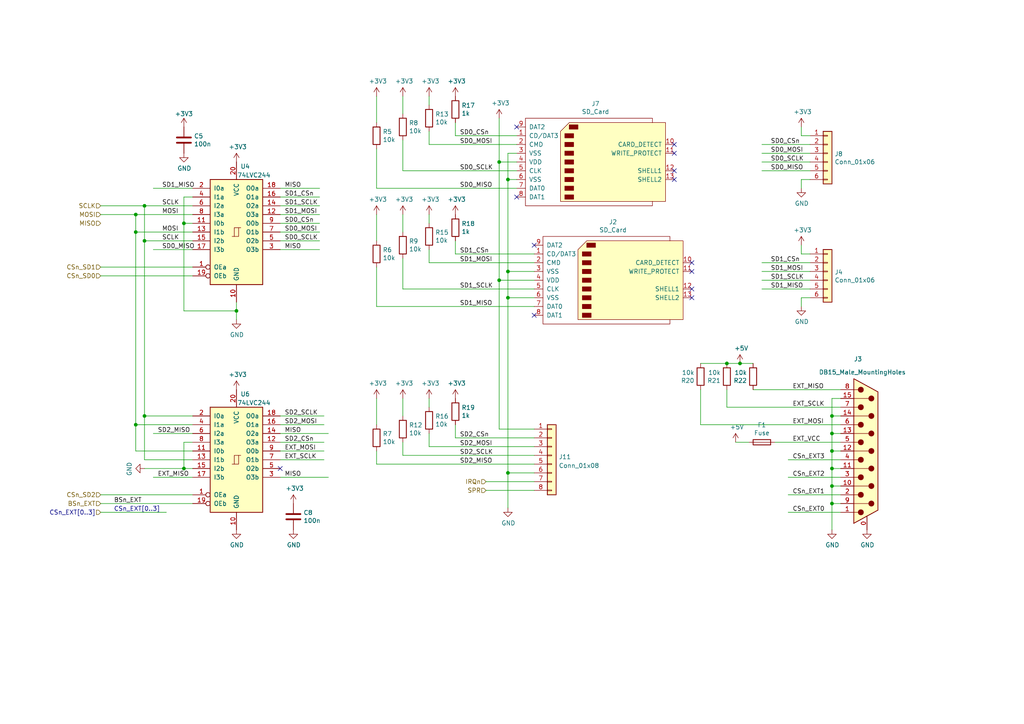
<source format=kicad_sch>
(kicad_sch (version 20211123) (generator eeschema)
  (paper "A4")
  (title_block (title "https://github.com/Lougous/b68k-io"))
  (lib_symbols
    (symbol "74xx:74LS244" (pin_names (offset 1.016))
      (property "Reference" "U" (at -7.62 16.51 0))
      (property "Value" "74LS244" (at -7.62 -16.51 0))
      (symbol "74LS244_1_0"
        (polyline (pts (xy -0.635 -1.27) (xy -0.635 1.27) (xy 0.635 1.27)))
        (polyline (pts (xy -1.27 -1.27) (xy 0.635 -1.27) (xy 0.635 1.27) (xy 1.27 1.27)))
        (pin input inverted (at -12.7 -10.16 0) (length 5.08) (name "OEa") (number "1"))
        (pin power_in line (at 0 -20.32 90) (length 5.08) (name "GND") (number "10"))
        (pin input line (at -12.7 2.54 0) (length 5.08) (name "I0b") (number "11"))
        (pin tri_state line (at 12.7 5.08 180) (length 5.08) (name "O3a") (number "12"))
        (pin input line (at -12.7 0 0) (length 5.08) (name "I1b") (number "13"))
        (pin tri_state line (at 12.7 7.62 180) (length 5.08) (name "O2a") (number "14"))
        (pin input line (at -12.7 -2.54 0) (length 5.08) (name "I2b") (number "15"))
        (pin tri_state line (at 12.7 10.16 180) (length 5.08) (name "O1a") (number "16"))
        (pin input line (at -12.7 -5.08 0) (length 5.08) (name "I3b") (number "17"))
        (pin tri_state line (at 12.7 12.7 180) (length 5.08) (name "O0a") (number "18"))
        (pin input inverted (at -12.7 -12.7 0) (length 5.08) (name "OEb") (number "19"))
        (pin input line (at -12.7 12.7 0) (length 5.08) (name "I0a") (number "2"))
        (pin power_in line (at 0 20.32 270) (length 5.08) (name "VCC") (number "20"))
        (pin tri_state line (at 12.7 -5.08 180) (length 5.08) (name "O3b") (number "3"))
        (pin input line (at -12.7 10.16 0) (length 5.08) (name "I1a") (number "4"))
        (pin tri_state line (at 12.7 -2.54 180) (length 5.08) (name "O2b") (number "5"))
        (pin input line (at -12.7 7.62 0) (length 5.08) (name "I2a") (number "6"))
        (pin tri_state line (at 12.7 0 180) (length 5.08) (name "O1b") (number "7"))
        (pin input line (at -12.7 5.08 0) (length 5.08) (name "I3a") (number "8"))
        (pin tri_state line (at 12.7 2.54 180) (length 5.08) (name "O0b") (number "9"))
      )
      (symbol "74LS244_1_1"
        (rectangle (start -7.62 15.24) (end 7.62 -15.24) (stroke (width 0.254)) (fill (type background)))
      )
    )
    (symbol "Connector:DB15_Male_MountingHoles" (pin_names (offset 1.016) hide)
      (property "Reference" "J" (at 0 24.13 0))
      (property "Value" "DB15_Male_MountingHoles" (at 0 22.225 0))
      (symbol "DB15_Male_MountingHoles_0_1"
        (circle (center -1.778 -17.78) (radius 0.762) (fill (type outline)))
        (circle (center -1.778 -12.7) (radius 0.762) (fill (type outline)))
        (circle (center -1.778 -7.62) (radius 0.762) (fill (type outline)))
        (circle (center -1.778 -2.54) (radius 0.762) (fill (type outline)))
        (circle (center -1.778 2.54) (radius 0.762) (fill (type outline)))
        (circle (center -1.778 7.62) (radius 0.762) (fill (type outline)))
        (circle (center -1.778 12.7) (radius 0.762) (fill (type outline)))
        (circle (center -1.778 17.78) (radius 0.762) (fill (type outline)))
        (polyline (pts (xy -3.81 -17.78) (xy -2.54 -17.78)))
        (polyline (pts (xy -3.81 -15.24) (xy 0.508 -15.24)))
        (polyline (pts (xy -3.81 -12.7) (xy -2.54 -12.7)))
        (polyline (pts (xy -3.81 -10.16) (xy 0.508 -10.16)))
        (polyline (pts (xy -3.81 -7.62) (xy -2.54 -7.62)))
        (polyline (pts (xy -3.81 -5.08) (xy 0.508 -5.08)))
        (polyline (pts (xy -3.81 -2.54) (xy -2.54 -2.54)))
        (polyline (pts (xy -3.81 0) (xy 0.508 0)))
        (polyline (pts (xy -3.81 2.54) (xy -2.54 2.54)))
        (polyline (pts (xy -3.81 5.08) (xy 0.508 5.08)))
        (polyline (pts (xy -3.81 7.62) (xy -2.54 7.62)))
        (polyline (pts (xy -3.81 10.16) (xy 0.508 10.16)))
        (polyline (pts (xy -3.81 12.7) (xy -2.54 12.7)))
        (polyline (pts (xy -3.81 15.24) (xy 0.508 15.24)))
        (polyline (pts (xy -3.81 17.78) (xy -2.54 17.78)))
        (polyline (pts (xy -3.81 -20.955) (xy 3.175 -17.145) (xy 3.175 17.145) (xy -3.81 20.955) (xy -3.81 -20.955)) (stroke (width 0.254)) (fill (type background)))
        (circle (center 1.27 -15.24) (radius 0.762) (fill (type outline)))
        (circle (center 1.27 -10.16) (radius 0.762) (fill (type outline)))
        (circle (center 1.27 -5.08) (radius 0.762) (fill (type outline)))
        (circle (center 1.27 0) (radius 0.762) (fill (type outline)))
        (circle (center 1.27 5.08) (radius 0.762) (fill (type outline)))
        (circle (center 1.27 10.16) (radius 0.762) (fill (type outline)))
        (circle (center 1.27 15.24) (radius 0.762) (fill (type outline)))
      )
      (symbol "DB15_Male_MountingHoles_1_1"
        (pin passive line (at 0 -22.86 90) (length 3.81) (name "PAD") (number "0"))
        (pin passive line (at -7.62 -17.78 0) (length 3.81) (name "1") (number "1"))
        (pin passive line (at -7.62 -10.16 0) (length 3.81) (name "P10") (number "10"))
        (pin passive line (at -7.62 -5.08 0) (length 3.81) (name "P111") (number "11"))
        (pin passive line (at -7.62 0 0) (length 3.81) (name "P12") (number "12"))
        (pin passive line (at -7.62 5.08 0) (length 3.81) (name "P13") (number "13"))
        (pin passive line (at -7.62 10.16 0) (length 3.81) (name "P14") (number "14"))
        (pin passive line (at -7.62 15.24 0) (length 3.81) (name "P15") (number "15"))
        (pin passive line (at -7.62 -12.7 0) (length 3.81) (name "2") (number "2"))
        (pin passive line (at -7.62 -7.62 0) (length 3.81) (name "3") (number "3"))
        (pin passive line (at -7.62 -2.54 0) (length 3.81) (name "4") (number "4"))
        (pin passive line (at -7.62 2.54 0) (length 3.81) (name "5") (number "5"))
        (pin passive line (at -7.62 7.62 0) (length 3.81) (name "6") (number "6"))
        (pin passive line (at -7.62 12.7 0) (length 3.81) (name "7") (number "7"))
        (pin passive line (at -7.62 17.78 0) (length 3.81) (name "8") (number "8"))
        (pin passive line (at -7.62 -15.24 0) (length 3.81) (name "P9") (number "9"))
      )
    )
    (symbol "Connector:SD_Card" (pin_names (offset 1.016))
      (property "Reference" "J" (at -16.51 13.97 0))
      (property "Value" "SD_Card" (at 15.24 -13.97 0))
      (symbol "SD_Card_0_1"
        (rectangle (start -8.89 -9.525) (end -6.35 -10.795) (fill (type outline)))
        (rectangle (start -8.89 -6.985) (end -6.35 -8.255) (fill (type outline)))
        (rectangle (start -8.89 -4.445) (end -6.35 -5.715) (fill (type outline)))
        (rectangle (start -8.89 -1.905) (end -6.35 -3.175) (fill (type outline)))
        (rectangle (start -8.89 0.635) (end -6.35 -0.635) (fill (type outline)))
        (rectangle (start -8.89 3.175) (end -6.35 1.905) (fill (type outline)))
        (rectangle (start -8.89 5.715) (end -6.35 4.445) (fill (type outline)))
        (rectangle (start -8.89 8.255) (end -6.35 6.985) (fill (type outline)))
        (rectangle (start -7.62 10.795) (end -5.08 9.525) (fill (type outline)))
        (polyline (pts (xy -10.16 8.89) (xy -7.62 11.43) (xy 20.32 11.43) (xy 20.32 -11.43) (xy -10.16 -11.43) (xy -10.16 8.89)) (fill (type background)))
        (polyline (pts (xy 16.51 11.43) (xy 16.51 12.7) (xy -20.32 12.7) (xy -20.32 -12.7) (xy 16.51 -12.7) (xy 16.51 -11.43)))
      )
      (symbol "SD_Card_1_1"
        (pin input line (at -22.86 7.62 0) (length 2.54) (name "CD/DAT3") (number "1"))
        (pin input line (at 22.86 5.08 180) (length 2.54) (name "CARD_DETECT") (number "10"))
        (pin input line (at 22.86 2.54 180) (length 2.54) (name "WRITE_PROTECT") (number "11"))
        (pin input line (at 22.86 -2.54 180) (length 2.54) (name "SHELL1") (number "12"))
        (pin input line (at 22.86 -5.08 180) (length 2.54) (name "SHELL2") (number "13"))
        (pin input line (at -22.86 5.08 0) (length 2.54) (name "CMD") (number "2"))
        (pin power_in line (at -22.86 2.54 0) (length 2.54) (name "VSS") (number "3"))
        (pin power_in line (at -22.86 0 0) (length 2.54) (name "VDD") (number "4"))
        (pin input line (at -22.86 -2.54 0) (length 2.54) (name "CLK") (number "5"))
        (pin power_in line (at -22.86 -5.08 0) (length 2.54) (name "VSS") (number "6"))
        (pin input line (at -22.86 -7.62 0) (length 2.54) (name "DAT0") (number "7"))
        (pin input line (at -22.86 -10.16 0) (length 2.54) (name "DAT1") (number "8"))
        (pin input line (at -22.86 10.16 0) (length 2.54) (name "DAT2") (number "9"))
      )
    )
    (symbol "Connector_Generic:Conn_01x06" (pin_names (offset 1.016) hide)
      (property "Reference" "J" (at 0 7.62 0))
      (property "Value" "Conn_01x06" (at 0 -10.16 0))
      (symbol "Conn_01x06_1_1"
        (rectangle (start -1.27 -7.493) (end 0 -7.747) (stroke (width 0.1524)))
        (rectangle (start -1.27 -4.953) (end 0 -5.207) (stroke (width 0.1524)))
        (rectangle (start -1.27 -2.413) (end 0 -2.667) (stroke (width 0.1524)))
        (rectangle (start -1.27 0.127) (end 0 -0.127) (stroke (width 0.1524)))
        (rectangle (start -1.27 2.667) (end 0 2.413) (stroke (width 0.1524)))
        (rectangle (start -1.27 5.207) (end 0 4.953) (stroke (width 0.1524)))
        (rectangle (start -1.27 6.35) (end 1.27 -8.89) (stroke (width 0.254)) (fill (type background)))
        (pin passive line (at -5.08 5.08 0) (length 3.81) (name "Pin_1") (number "1"))
        (pin passive line (at -5.08 2.54 0) (length 3.81) (name "Pin_2") (number "2"))
        (pin passive line (at -5.08 0 0) (length 3.81) (name "Pin_3") (number "3"))
        (pin passive line (at -5.08 -2.54 0) (length 3.81) (name "Pin_4") (number "4"))
        (pin passive line (at -5.08 -5.08 0) (length 3.81) (name "Pin_5") (number "5"))
        (pin passive line (at -5.08 -7.62 0) (length 3.81) (name "Pin_6") (number "6"))
      )
    )
    (symbol "Connector_Generic:Conn_01x08" (pin_names (offset 1.016) hide)
      (property "Reference" "J" (at 0 10.16 0))
      (property "Value" "Conn_01x08" (at 0 -12.7 0))
      (symbol "Conn_01x08_1_1"
        (rectangle (start -1.27 -10.033) (end 0 -10.287) (stroke (width 0.1524)))
        (rectangle (start -1.27 -7.493) (end 0 -7.747) (stroke (width 0.1524)))
        (rectangle (start -1.27 -4.953) (end 0 -5.207) (stroke (width 0.1524)))
        (rectangle (start -1.27 -2.413) (end 0 -2.667) (stroke (width 0.1524)))
        (rectangle (start -1.27 0.127) (end 0 -0.127) (stroke (width 0.1524)))
        (rectangle (start -1.27 2.667) (end 0 2.413) (stroke (width 0.1524)))
        (rectangle (start -1.27 5.207) (end 0 4.953) (stroke (width 0.1524)))
        (rectangle (start -1.27 7.747) (end 0 7.493) (stroke (width 0.1524)))
        (rectangle (start -1.27 8.89) (end 1.27 -11.43) (stroke (width 0.254)) (fill (type background)))
        (pin passive line (at -5.08 7.62 0) (length 3.81) (name "Pin_1") (number "1"))
        (pin passive line (at -5.08 5.08 0) (length 3.81) (name "Pin_2") (number "2"))
        (pin passive line (at -5.08 2.54 0) (length 3.81) (name "Pin_3") (number "3"))
        (pin passive line (at -5.08 0 0) (length 3.81) (name "Pin_4") (number "4"))
        (pin passive line (at -5.08 -2.54 0) (length 3.81) (name "Pin_5") (number "5"))
        (pin passive line (at -5.08 -5.08 0) (length 3.81) (name "Pin_6") (number "6"))
        (pin passive line (at -5.08 -7.62 0) (length 3.81) (name "Pin_7") (number "7"))
        (pin passive line (at -5.08 -10.16 0) (length 3.81) (name "Pin_8") (number "8"))
      )
    )
    (symbol "Device:C" (pin_numbers hide) (pin_names (offset 0.254))
      (property "Reference" "C" (at 0.635 2.54 0))
      (property "Value" "C" (at 0.635 -2.54 0))
      (symbol "C_0_1"
        (polyline (pts (xy -2.032 -0.762) (xy 2.032 -0.762)) (stroke (width 0.508)))
        (polyline (pts (xy -2.032 0.762) (xy 2.032 0.762)) (stroke (width 0.508)))
      )
      (symbol "C_1_1"
        (pin passive line (at 0 3.81 270) (length 2.794) (name "~") (number "1"))
        (pin passive line (at 0 -3.81 90) (length 2.794) (name "~") (number "2"))
      )
    )
    (symbol "Device:Fuse" (pin_numbers hide) (pin_names (offset 0))
      (property "Reference" "F" (at 2.032 0 90))
      (property "Value" "Fuse" (at -1.905 0 90))
      (symbol "Fuse_0_1"
        (rectangle (start -0.762 -2.54) (end 0.762 2.54) (stroke (width 0.254)))
        (polyline (pts (xy 0 2.54) (xy 0 -2.54)))
      )
      (symbol "Fuse_1_1"
        (pin passive line (at 0 3.81 270) (length 1.27) (name "~") (number "1"))
        (pin passive line (at 0 -3.81 90) (length 1.27) (name "~") (number "2"))
      )
    )
    (symbol "Device:R" (pin_numbers hide) (pin_names (offset 0))
      (property "Reference" "R" (at 2.032 0 90))
      (property "Value" "R" (at 0 0 90))
      (symbol "R_0_1"
        (rectangle (start -1.016 -2.54) (end 1.016 2.54) (stroke (width 0.254)))
      )
      (symbol "R_1_1"
        (pin passive line (at 0 3.81 270) (length 1.27) (name "~") (number "1"))
        (pin passive line (at 0 -3.81 90) (length 1.27) (name "~") (number "2"))
      )
    )
    (symbol "power:+3.3V" (power) (pin_names (offset 0))
      (property "Value" "+3.3V" (at 0 3.556 0))
      (symbol "+3.3V_0_1"
        (polyline (pts (xy -0.762 1.27) (xy 0 2.54)))
        (polyline (pts (xy 0 0) (xy 0 2.54)))
        (polyline (pts (xy 0 2.54) (xy 0.762 1.27)))
      )
      (symbol "+3.3V_1_1"
        (pin power_in line (at 0 0 90) (length 0) hide (name "+3V3") (number "1"))
      )
    )
    (symbol "power:+5V" (power) (pin_names (offset 0))
      (property "Value" "+5V" (at 0 3.556 0))
      (symbol "+5V_0_1"
        (polyline (pts (xy -0.762 1.27) (xy 0 2.54)))
        (polyline (pts (xy 0 0) (xy 0 2.54)))
        (polyline (pts (xy 0 2.54) (xy 0.762 1.27)))
      )
      (symbol "+5V_1_1"
        (pin power_in line (at 0 0 90) (length 0) hide (name "+5V") (number "1"))
      )
    )
    (symbol "power:GND" (power) (pin_names (offset 0))
      (property "Value" "GND" (at 0 -3.81 0))
      (symbol "GND_0_1"
        (polyline (pts (xy 0 0) (xy 0 -1.27) (xy 1.27 -1.27) (xy 0 -2.54) (xy -1.27 -1.27) (xy 0 -1.27)))
      )
      (symbol "GND_1_1"
        (pin power_in line (at 0 0 270) (length 0) hide (name "GND") (number "1"))
      )
    )
  )
  (junction (at 241.3 130.81))
  (junction (at 241.3 120.65))
  (junction (at 39.37 67.31))
  (junction (at 68.58 90.17))
  (junction (at 210.82 105.41))
  (junction (at 147.32 86.36))
  (junction (at 214.63 105.41))
  (junction (at 41.91 69.85))
  (junction (at 39.37 123.19))
  (junction (at 39.37 62.23))
  (junction (at 241.3 125.73))
  (junction (at 147.32 52.07))
  (junction (at 53.34 64.77))
  (junction (at 53.34 135.89))
  (junction (at 144.78 46.99))
  (junction (at 144.78 81.28))
  (junction (at 41.91 59.69))
  (junction (at 241.3 135.89))
  (junction (at 147.32 78.74))
  (junction (at 147.32 137.16))
  (junction (at 41.91 120.65))
  (junction (at 241.3 146.05))
  (junction (at 241.3 140.97))
  (no_connect (at 149.86 36.83))
  (no_connect (at 195.58 49.53))
  (no_connect (at 149.86 57.15))
  (no_connect (at 81.28 135.89))
  (no_connect (at 154.94 91.44))
  (no_connect (at 154.94 71.12))
  (no_connect (at 195.58 41.91))
  (no_connect (at 200.66 76.2))
  (no_connect (at 200.66 78.74))
  (no_connect (at 200.66 83.82))
  (no_connect (at 200.66 86.36))
  (no_connect (at 195.58 52.07))
  (no_connect (at 195.58 44.45))
  (wire (pts (xy 124.46 129.54) (xy 154.94 129.54)))
  (wire (pts (xy 241.3 125.73) (xy 241.3 130.81)))
  (wire (pts (xy 147.32 78.74) (xy 154.94 78.74)))
  (wire (pts (xy 116.84 62.23) (xy 116.84 67.31)))
  (wire (pts (xy 55.88 133.35) (xy 41.91 133.35)))
  (wire (pts (xy 241.3 125.73) (xy 243.84 125.73)))
  (wire (pts (xy 147.32 52.07) (xy 149.86 52.07)))
  (wire (pts (xy 92.71 64.77) (xy 81.28 64.77)))
  (wire (pts (xy 241.3 146.05) (xy 241.3 153.67)))
  (wire (pts (xy 232.41 36.83) (xy 232.41 39.37)))
  (wire (pts (xy 220.98 78.74) (xy 234.95 78.74)))
  (wire (pts (xy 53.34 128.27) (xy 55.88 128.27)))
  (wire (pts (xy 29.21 62.23) (xy 39.37 62.23)))
  (wire (pts (xy 220.98 46.99) (xy 234.95 46.99)))
  (wire (pts (xy 210.82 113.03) (xy 210.82 118.11)))
  (wire (pts (xy 232.41 52.07) (xy 234.95 52.07)))
  (wire (pts (xy 144.78 124.46) (xy 154.94 124.46)))
  (wire (pts (xy 39.37 123.19) (xy 55.88 123.19)))
  (wire (pts (xy 241.3 130.81) (xy 241.3 135.89)))
  (wire (pts (xy 228.6 148.59) (xy 243.84 148.59)))
  (wire (pts (xy 39.37 67.31) (xy 39.37 123.19)))
  (wire (pts (xy 234.95 39.37) (xy 232.41 39.37)))
  (wire (pts (xy 92.71 67.31) (xy 81.28 67.31)))
  (wire (pts (xy 41.91 59.69) (xy 41.91 69.85)))
  (wire (pts (xy 92.71 57.15) (xy 81.28 57.15)))
  (wire (pts (xy 53.34 64.77) (xy 53.34 90.17)))
  (wire (pts (xy 241.3 135.89) (xy 241.3 140.97)))
  (wire (pts (xy 39.37 67.31) (xy 55.88 67.31)))
  (wire (pts (xy 29.21 59.69) (xy 41.91 59.69)))
  (wire (pts (xy 68.58 92.71) (xy 68.58 90.17)))
  (wire (pts (xy 228.6 133.35) (xy 243.84 133.35)))
  (wire (pts (xy 147.32 44.45) (xy 149.86 44.45)))
  (wire (pts (xy 144.78 46.99) (xy 149.86 46.99)))
  (wire (pts (xy 39.37 123.19) (xy 39.37 130.81)))
  (wire (pts (xy 124.46 115.57) (xy 124.46 118.11)))
  (wire (pts (xy 116.84 49.53) (xy 149.86 49.53)))
  (wire (pts (xy 232.41 54.61) (xy 232.41 52.07)))
  (wire (pts (xy 241.3 140.97) (xy 241.3 146.05)))
  (wire (pts (xy 39.37 62.23) (xy 55.88 62.23)))
  (wire (pts (xy 109.22 62.23) (xy 109.22 69.85)))
  (wire (pts (xy 154.94 137.16) (xy 147.32 137.16)))
  (wire (pts (xy 116.84 115.57) (xy 116.84 120.65)))
  (wire (pts (xy 213.36 128.27) (xy 217.17 128.27)))
  (wire (pts (xy 241.3 146.05) (xy 243.84 146.05)))
  (wire (pts (xy 81.28 130.81) (xy 93.98 130.81)))
  (wire (pts (xy 109.22 88.9) (xy 154.94 88.9)))
  (wire (pts (xy 220.98 81.28) (xy 234.95 81.28)))
  (wire (pts (xy 147.32 86.36) (xy 154.94 86.36)))
  (wire (pts (xy 29.21 80.01) (xy 55.88 80.01)))
  (wire (pts (xy 210.82 105.41) (xy 214.63 105.41)))
  (wire (pts (xy 116.84 27.94) (xy 116.84 33.02)))
  (wire (pts (xy 92.71 69.85) (xy 81.28 69.85)))
  (wire (pts (xy 241.3 120.65) (xy 241.3 125.73)))
  (wire (pts (xy 116.84 83.82) (xy 154.94 83.82)))
  (wire (pts (xy 116.84 74.93) (xy 116.84 83.82)))
  (wire (pts (xy 220.98 76.2) (xy 234.95 76.2)))
  (wire (pts (xy 81.28 133.35) (xy 93.98 133.35)))
  (wire (pts (xy 214.63 105.41) (xy 218.44 105.41)))
  (wire (pts (xy 93.98 123.19) (xy 81.28 123.19)))
  (wire (pts (xy 81.28 59.69) (xy 92.71 59.69)))
  (wire (pts (xy 241.3 135.89) (xy 243.84 135.89)))
  (wire (pts (xy 41.91 120.65) (xy 55.88 120.65)))
  (wire (pts (xy 92.71 54.61) (xy 81.28 54.61)))
  (wire (pts (xy 132.08 123.19) (xy 132.08 127)))
  (wire (pts (xy 29.21 148.59) (xy 48.26 148.59)))
  (wire (pts (xy 116.84 132.08) (xy 154.94 132.08)))
  (wire (pts (xy 124.46 27.94) (xy 124.46 30.48)))
  (wire (pts (xy 116.84 128.27) (xy 116.84 132.08)))
  (wire (pts (xy 144.78 81.28) (xy 154.94 81.28)))
  (wire (pts (xy 124.46 76.2) (xy 154.94 76.2)))
  (wire (pts (xy 241.3 140.97) (xy 243.84 140.97)))
  (wire (pts (xy 109.22 134.62) (xy 154.94 134.62)))
  (wire (pts (xy 220.98 41.91) (xy 234.95 41.91)))
  (wire (pts (xy 234.95 73.66) (xy 232.41 73.66)))
  (wire (pts (xy 210.82 118.11) (xy 243.84 118.11)))
  (wire (pts (xy 124.46 72.39) (xy 124.46 76.2)))
  (wire (pts (xy 44.45 72.39) (xy 55.88 72.39)))
  (wire (pts (xy 228.6 138.43) (xy 243.84 138.43)))
  (wire (pts (xy 68.58 90.17) (xy 53.34 90.17)))
  (wire (pts (xy 53.34 135.89) (xy 55.88 135.89)))
  (wire (pts (xy 232.41 88.9) (xy 232.41 86.36)))
  (wire (pts (xy 39.37 130.81) (xy 55.88 130.81)))
  (wire (pts (xy 44.45 125.73) (xy 55.88 125.73)))
  (wire (pts (xy 140.97 142.24) (xy 154.94 142.24)))
  (wire (pts (xy 124.46 125.73) (xy 124.46 129.54)))
  (wire (pts (xy 124.46 38.1) (xy 124.46 41.91)))
  (wire (pts (xy 53.34 57.15) (xy 55.88 57.15)))
  (wire (pts (xy 29.21 143.51) (xy 55.88 143.51)))
  (wire (pts (xy 241.3 115.57) (xy 241.3 120.65)))
  (wire (pts (xy 41.91 69.85) (xy 41.91 120.65)))
  (wire (pts (xy 243.84 115.57) (xy 241.3 115.57)))
  (wire (pts (xy 220.98 44.45) (xy 234.95 44.45)))
  (wire (pts (xy 109.22 77.47) (xy 109.22 88.9)))
  (wire (pts (xy 132.08 39.37) (xy 149.86 39.37)))
  (wire (pts (xy 147.32 86.36) (xy 147.32 137.16)))
  (wire (pts (xy 132.08 35.56) (xy 132.08 39.37)))
  (wire (pts (xy 147.32 52.07) (xy 147.32 78.74)))
  (wire (pts (xy 81.28 138.43) (xy 95.25 138.43)))
  (wire (pts (xy 220.98 83.82) (xy 234.95 83.82)))
  (wire (pts (xy 109.22 27.94) (xy 109.22 35.56)))
  (wire (pts (xy 228.6 143.51) (xy 243.84 143.51)))
  (wire (pts (xy 92.71 62.23) (xy 81.28 62.23)))
  (wire (pts (xy 109.22 54.61) (xy 149.86 54.61)))
  (wire (pts (xy 53.34 57.15) (xy 53.34 64.77)))
  (wire (pts (xy 132.08 69.85) (xy 132.08 73.66)))
  (wire (pts (xy 241.3 120.65) (xy 243.84 120.65)))
  (wire (pts (xy 92.71 72.39) (xy 81.28 72.39)))
  (wire (pts (xy 203.2 113.03) (xy 203.2 123.19)))
  (wire (pts (xy 44.45 54.61) (xy 55.88 54.61)))
  (wire (pts (xy 81.28 128.27) (xy 93.98 128.27)))
  (wire (pts (xy 203.2 123.19) (xy 243.84 123.19)))
  (wire (pts (xy 53.34 64.77) (xy 55.88 64.77)))
  (wire (pts (xy 41.91 135.89) (xy 53.34 135.89)))
  (wire (pts (xy 29.21 146.05) (xy 55.88 146.05)))
  (wire (pts (xy 39.37 62.23) (xy 39.37 67.31)))
  (wire (pts (xy 147.32 52.07) (xy 147.32 44.45)))
  (wire (pts (xy 132.08 127) (xy 154.94 127)))
  (wire (pts (xy 68.58 90.17) (xy 68.58 87.63)))
  (wire (pts (xy 29.21 77.47) (xy 55.88 77.47)))
  (wire (pts (xy 109.22 130.81) (xy 109.22 134.62)))
  (wire (pts (xy 140.97 139.7) (xy 154.94 139.7)))
  (wire (pts (xy 232.41 86.36) (xy 234.95 86.36)))
  (wire (pts (xy 53.34 135.89) (xy 53.34 128.27)))
  (wire (pts (xy 124.46 41.91) (xy 149.86 41.91)))
  (wire (pts (xy 144.78 34.29) (xy 144.78 46.99)))
  (wire (pts (xy 241.3 130.81) (xy 243.84 130.81)))
  (wire (pts (xy 124.46 62.23) (xy 124.46 64.77)))
  (wire (pts (xy 147.32 78.74) (xy 147.32 86.36)))
  (wire (pts (xy 232.41 71.12) (xy 232.41 73.66)))
  (wire (pts (xy 41.91 69.85) (xy 55.88 69.85)))
  (wire (pts (xy 147.32 137.16) (xy 147.32 147.32)))
  (wire (pts (xy 116.84 40.64) (xy 116.84 49.53)))
  (wire (pts (xy 220.98 49.53) (xy 234.95 49.53)))
  (wire (pts (xy 144.78 81.28) (xy 144.78 124.46)))
  (wire (pts (xy 41.91 120.65) (xy 41.91 133.35)))
  (wire (pts (xy 81.28 120.65) (xy 93.98 120.65)))
  (wire (pts (xy 132.08 73.66) (xy 154.94 73.66)))
  (wire (pts (xy 109.22 115.57) (xy 109.22 123.19)))
  (wire (pts (xy 203.2 105.41) (xy 210.82 105.41)))
  (wire (pts (xy 81.28 125.73) (xy 95.25 125.73)))
  (wire (pts (xy 144.78 46.99) (xy 144.78 81.28)))
  (wire (pts (xy 218.44 113.03) (xy 243.84 113.03)))
  (wire (pts (xy 44.45 138.43) (xy 55.88 138.43)))
  (wire (pts (xy 224.79 128.27) (xy 243.84 128.27)))
  (wire (pts (xy 109.22 43.18) (xy 109.22 54.61)))
  (wire (pts (xy 41.91 59.69) (xy 55.88 59.69)))
  (label "CSn_EXT1" (at 229.87 143.51 0))
  (label "SD0_MISO" (at 46.99 72.39 0))
  (label "SCLK" (at 46.99 59.69 0))
  (label "MOSI" (at 46.99 67.31 0))
  (label "SD0_MOSI" (at 223.52 44.45 0))
  (label "EXT_MISO" (at 45.72 138.43 0))
  (label "SD2_MISO" (at 133.35 134.62 0))
  (label "EXT_MOSI" (at 82.55 130.81 0))
  (label "SD1_SCLK" (at 223.52 81.28 0))
  (label "CSn_EXT2" (at 229.87 138.43 0))
  (label "SD1_CSn" (at 223.52 76.2 0))
  (label "SD1_MISO" (at 46.99 54.61 0))
  (label "SD2_CSn" (at 82.55 128.27 0))
  (label "SD1_CSn" (at 133.35 73.66 0))
  (label "EXT_VCC" (at 229.87 128.27 0))
  (label "SD2_CSn" (at 133.35 127 0))
  (label "SD2_MOSI" (at 82.55 123.19 0))
  (label "SD2_MISO" (at 45.72 125.73 0))
  (label "SD0_CSn" (at 223.52 41.91 0))
  (label "MISO" (at 82.55 54.61 0))
  (label "CSn_EXT3" (at 229.87 133.35 0))
  (label "SD1_MISO" (at 133.35 88.9 0))
  (label "SD0_MOSI" (at 82.55 67.31 0))
  (label "SD1_MISO" (at 223.52 83.82 0))
  (label "SCLK" (at 46.99 69.85 0))
  (label "SD1_MOSI" (at 223.52 78.74 0))
  (label "BSn_EXT" (at 33.02 146.05 0))
  (label "SD0_MISO" (at 223.52 49.53 0))
  (label "EXT_MISO" (at 229.87 113.03 0))
  (label "SD1_MOSI" (at 82.55 62.23 0))
  (label "SD1_MOSI" (at 133.35 76.2 0))
  (label "SD0_MOSI" (at 133.35 41.91 0))
  (label "MISO" (at 82.55 125.73 0))
  (label "EXT_SCLK" (at 82.55 133.35 0))
  (label "MOSI" (at 46.99 62.23 0))
  (label "SD2_SCLK" (at 82.55 120.65 0))
  (label "EXT_MOSI" (at 229.87 123.19 0))
  (label "SD0_CSn" (at 133.35 39.37 0))
  (label "SD0_CSn" (at 82.55 64.77 0))
  (label "EXT_SCLK" (at 229.87 118.11 0))
  (label "CSn_EXT0" (at 229.87 148.59 0))
  (label "SD1_SCLK" (at 82.55 59.69 0))
  (label "SD0_SCLK" (at 133.35 49.53 0))
  (label "SD0_SCLK" (at 223.52 46.99 0))
  (label "SD2_MOSI" (at 133.35 129.54 0))
  (label "SD2_SCLK" (at 133.35 132.08 0))
  (label "MISO" (at 82.55 72.39 0))
  (label "CSn_EXT[0..3]" (at 33.02 148.59 0))
  (label "SD0_SCLK" (at 82.55 69.85 0))
  (label "SD0_MISO" (at 133.35 54.61 0))
  (label "SD1_CSn" (at 82.55 57.15 0))
  (label "MISO" (at 82.55 138.43 0))
  (label "SD1_SCLK" (at 133.35 83.82 0))
  (hierarchical_label "BSn_EXT" (shape input) (at 29.21 146.05 180))
  (hierarchical_label "MISO" (shape input) (at 29.21 64.77 180))
  (hierarchical_label "MOSI" (shape input) (at 29.21 62.23 180))
  (hierarchical_label "SCLK" (shape input) (at 29.21 59.69 180))
  (hierarchical_label "CSn_SD0" (shape input) (at 29.21 80.01 180))
  (hierarchical_label "CSn_SD1" (shape input) (at 29.21 77.47 180))
  (hierarchical_label "IRQn" (shape input) (at 140.97 139.7 180))
  (hierarchical_label "SPR" (shape input) (at 140.97 142.24 180))
  (hierarchical_label "CSn_SD2" (shape input) (at 29.21 143.51 180))
  (hierarchical_label "CSn_EXT[0..3]" (shape input) (at 29.21 148.59 180))
  (symbol (lib_id "Device:R") (at 124.46 121.92 0) (unit 1)
    (property "Reference" "R16" (at 126.238 120.7516 0) (effects (justify left)))
    (property "Value" "10k" (at 126.238 123.063 0) (effects (justify left)))
    (property "Footprint" "Resistor_THT:R_Axial_DIN0204_L3.6mm_D1.6mm_P7.62mm_Horizontal" (effects hide))
  )
  (symbol (lib_id "power:+3.3V") (at 132.08 62.23 0) (unit 1)
    (property "Reference" "#PWR0132" (effects hide))
    (property "Value" "+3.3V" (at 132.461 57.8358 0))
  )
  (symbol (lib_id "Connector:SD_Card") (at 172.72 46.99 0) (unit 1)
    (property "Reference" "J7" (at 172.72 30.099 0))
    (property "Value" "SD_Card" (at 172.72 32.4104 0))
    (property "Footprint" "Connector_Card:SD_Kyocera_145638009511859+" (effects hide))
    (property "Datasheet" "http://portal.fciconnect.com/Comergent//fci/drawing/10067847.pdf" (effects hide))
  )
  (symbol (lib_id "power:GND") (at 53.34 44.45 0) (unit 1)
    (property "Reference" "#PWR0128" (effects hide))
    (property "Value" "GND" (at 53.467 48.8442 0))
  )
  (symbol (lib_id "power:+3.3V") (at 109.22 27.94 0) (unit 1)
    (property "Reference" "#PWR0161" (effects hide))
    (property "Value" "+3.3V" (at 109.601 23.5458 0))
  )
  (symbol (lib_id "Device:R") (at 109.22 39.37 0) (unit 1)
    (property "Reference" "R5" (at 110.998 38.2016 0) (effects (justify left)))
    (property "Value" "10k" (at 110.998 40.513 0) (effects (justify left)))
    (property "Footprint" "Resistor_THT:R_Axial_DIN0204_L3.6mm_D1.6mm_P7.62mm_Horizontal" (effects hide))
  )
  (symbol (lib_id "Device:R") (at 203.2 109.22 180) (unit 1)
    (property "Reference" "R20" (at 201.422 110.3884 0) (effects (justify left)))
    (property "Value" "10k" (at 201.422 108.077 0) (effects (justify left)))
    (property "Footprint" "Resistor_THT:R_Axial_DIN0204_L3.6mm_D1.6mm_P7.62mm_Horizontal" (effects hide))
  )
  (symbol (lib_id "power:GND") (at 147.32 147.32 0) (unit 1)
    (property "Reference" "#PWR0137" (effects hide))
    (property "Value" "GND" (at 147.447 151.7142 0))
  )
  (symbol (lib_id "power:+3.3V") (at 68.58 113.03 0) (unit 1)
    (property "Reference" "#PWR0124" (effects hide))
    (property "Value" "+3.3V" (at 68.961 108.6358 0))
  )
  (symbol (lib_id "Device:C") (at 85.09 149.86 0) (unit 1)
    (property "Reference" "C8" (at 88.011 148.6916 0) (effects (justify left)))
    (property "Value" "100n" (at 88.011 151.003 0) (effects (justify left)))
    (property "Footprint" "Capacitor_THT:C_Disc_D4.3mm_W1.9mm_P5.00mm" (effects hide))
  )
  (symbol (lib_id "Connector:SD_Card") (at 177.8 81.28 0) (unit 1)
    (property "Reference" "J2" (at 177.8 64.389 0))
    (property "Value" "SD_Card" (at 177.8 66.7004 0))
    (property "Footprint" "Connector_Card:SD_Kyocera_145638009511859+" (effects hide))
    (property "Datasheet" "http://portal.fciconnect.com/Comergent//fci/drawing/10067847.pdf" (effects hide))
  )
  (symbol (lib_id "power:+5V") (at 214.63 105.41 0) (unit 1)
    (property "Reference" "#PWR0142" (effects hide))
    (property "Value" "+5V" (at 215.011 101.0158 0))
  )
  (symbol (lib_id "Device:R") (at 116.84 36.83 0) (unit 1)
    (property "Reference" "R8" (at 118.618 35.6616 0) (effects (justify left)))
    (property "Value" "10k" (at 118.618 37.973 0) (effects (justify left)))
    (property "Footprint" "Resistor_THT:R_Axial_DIN0204_L3.6mm_D1.6mm_P7.62mm_Horizontal" (effects hide))
  )
  (symbol (lib_id "74xx:74LS244") (at 68.58 133.35 0) (unit 1)
    (property "Reference" "U6" (at 71.12 114.3 0))
    (property "Value" "74LVC244" (at 73.66 116.84 0))
    (property "Footprint" "Package_DIP:DIP-20_W7.62mm_Socket" (effects hide))
    (property "Datasheet" "http://www.ti.com/lit/gpn/sn74LS244" (effects hide))
  )
  (symbol (lib_id "power:+3.3V") (at 109.22 115.57 0) (unit 1)
    (property "Reference" "#PWR0141" (effects hide))
    (property "Value" "+3.3V" (at 109.601 111.1758 0))
  )
  (symbol (lib_id "power:GND") (at 68.58 153.67 0) (unit 1)
    (property "Reference" "#PWR0123" (effects hide))
    (property "Value" "GND" (at 68.707 158.0642 0))
  )
  (symbol (lib_id "Device:R") (at 124.46 68.58 0) (unit 1)
    (property "Reference" "R15" (at 126.238 67.4116 0) (effects (justify left)))
    (property "Value" "10k" (at 126.238 69.723 0) (effects (justify left)))
    (property "Footprint" "Resistor_THT:R_Axial_DIN0204_L3.6mm_D1.6mm_P7.62mm_Horizontal" (effects hide))
  )
  (symbol (lib_id "Device:R") (at 116.84 124.46 0) (unit 1)
    (property "Reference" "R12" (at 118.618 123.2916 0) (effects (justify left)))
    (property "Value" "10k" (at 118.618 125.603 0) (effects (justify left)))
    (property "Footprint" "Resistor_THT:R_Axial_DIN0204_L3.6mm_D1.6mm_P7.62mm_Horizontal" (effects hide))
  )
  (symbol (lib_id "74xx:74LS244") (at 68.58 67.31 0) (unit 1)
    (property "Reference" "U4" (at 71.12 48.26 0))
    (property "Value" "74LVC244" (at 73.66 50.8 0))
    (property "Footprint" "Package_DIP:DIP-20_W7.62mm_Socket" (effects hide))
    (property "Datasheet" "http://www.ti.com/lit/gpn/sn74LS244" (effects hide))
  )
  (symbol (lib_id "Device:C") (at 53.34 40.64 0) (unit 1)
    (property "Reference" "C5" (at 56.261 39.4716 0) (effects (justify left)))
    (property "Value" "100n" (at 56.261 41.783 0) (effects (justify left)))
    (property "Footprint" "Capacitor_THT:C_Disc_D4.3mm_W1.9mm_P5.00mm" (effects hide))
  )
  (symbol (lib_id "power:+3.3V") (at 116.84 62.23 0) (unit 1)
    (property "Reference" "#PWR0135" (effects hide))
    (property "Value" "+3.3V" (at 117.221 57.8358 0))
  )
  (symbol (lib_id "Connector:DB15_Male_MountingHoles") (at 251.46 130.81 0) (unit 1)
    (property "Reference" "J3" (at 247.65 104.14 0) (effects (justify left)))
    (property "Value" "DB15_Male_MountingHoles" (at 237.49 107.95 0) (effects (justify left)))
    (property "Footprint" "Connector_Dsub:DSUB-15_Male_Horizontal_P2.77x2.84mm_EdgePinOffset7.70mm_Housed_MountingHolesOffset9.12mm" (effects hide))
    (property "Datasheet" " ~" (effects hide))
  )
  (symbol (lib_id "power:+3.3V") (at 124.46 62.23 0) (unit 1)
    (property "Reference" "#PWR0130" (effects hide))
    (property "Value" "+3.3V" (at 124.841 57.8358 0))
  )
  (symbol (lib_id "Device:R") (at 109.22 73.66 0) (unit 1)
    (property "Reference" "R6" (at 110.998 72.4916 0) (effects (justify left)))
    (property "Value" "10k" (at 110.998 74.803 0) (effects (justify left)))
    (property "Footprint" "Resistor_THT:R_Axial_DIN0204_L3.6mm_D1.6mm_P7.62mm_Horizontal" (effects hide))
  )
  (symbol (lib_id "power:GND") (at 241.3 153.67 0) (unit 1)
    (property "Reference" "#PWR0165" (effects hide))
    (property "Value" "GND" (at 241.427 158.0642 0))
  )
  (symbol (lib_id "power:+3.3V") (at 116.84 115.57 0) (unit 1)
    (property "Reference" "#PWR0140" (effects hide))
    (property "Value" "+3.3V" (at 117.221 111.1758 0))
  )
  (symbol (lib_id "power:+3.3V") (at 116.84 27.94 0) (unit 1)
    (property "Reference" "#PWR0162" (effects hide))
    (property "Value" "+3.3V" (at 117.221 23.5458 0))
  )
  (symbol (lib_id "power:+3.3V") (at 85.09 146.05 0) (unit 1)
    (property "Reference" "#PWR0122" (effects hide))
    (property "Value" "+3.3V" (at 85.471 141.6558 0))
  )
  (symbol (lib_id "power:+3.3V") (at 68.58 46.99 0) (unit 1)
    (property "Reference" "#PWR0126" (effects hide))
    (property "Value" "+3.3V" (at 68.961 42.5958 0))
  )
  (symbol (lib_id "Device:R") (at 132.08 66.04 0) (unit 1)
    (property "Reference" "R18" (at 133.858 64.8716 0) (effects (justify left)))
    (property "Value" "1k" (at 133.858 67.183 0) (effects (justify left)))
    (property "Footprint" "Resistor_THT:R_Axial_DIN0204_L3.6mm_D1.6mm_P7.62mm_Horizontal" (effects hide))
  )
  (symbol (lib_id "power:GND") (at 232.41 54.61 0) (unit 1)
    (property "Reference" "#PWR0168" (effects hide))
    (property "Value" "GND" (at 232.537 59.0042 0))
  )
  (symbol (lib_id "power:+3.3V") (at 124.46 115.57 0) (unit 1)
    (property "Reference" "#PWR0138" (effects hide))
    (property "Value" "+3.3V" (at 124.841 111.1758 0))
  )
  (symbol (lib_id "Connector_Generic:Conn_01x06") (at 240.03 44.45 0) (unit 1)
    (property "Reference" "J8" (at 242.062 44.6532 0) (effects (justify left)))
    (property "Value" "Conn_01x06" (at 242.062 46.9646 0) (effects (justify left)))
    (property "Footprint" "Connector_PinHeader_2.54mm:PinHeader_1x06_P2.54mm_Horizontal" (effects hide))
  )
  (symbol (lib_id "power:GND") (at 232.41 88.9 0) (unit 1)
    (property "Reference" "#PWR0166" (effects hide))
    (property "Value" "GND" (at 232.537 93.2942 0))
  )
  (symbol (lib_id "Device:Fuse") (at 220.98 128.27 90) (unit 1)
    (property "Reference" "F1" (at 220.98 123.2662 90))
    (property "Value" "Fuse" (at 220.98 125.5776 90))
    (property "Footprint" "Resistor_THT:R_Axial_DIN0411_L9.9mm_D3.6mm_P5.08mm_Vertical" (effects hide))
  )
  (symbol (lib_id "power:+3.3V") (at 53.34 36.83 0) (unit 1)
    (property "Reference" "#PWR0127" (effects hide))
    (property "Value" "+3.3V" (at 53.34 33.02 0))
  )
  (symbol (lib_id "power:GND") (at 251.46 153.67 0) (unit 1)
    (property "Reference" "#PWR0164" (effects hide))
    (property "Value" "GND" (at 251.587 158.0642 0))
  )
  (symbol (lib_id "power:+5V") (at 213.36 128.27 0) (unit 1)
    (property "Reference" "#PWR0144" (effects hide))
    (property "Value" "+5V" (at 213.741 123.8758 0))
  )
  (symbol (lib_id "power:GND") (at 85.09 153.67 0) (unit 1)
    (property "Reference" "#PWR0121" (effects hide))
    (property "Value" "GND" (at 85.217 158.0642 0))
  )
  (symbol (lib_id "Device:R") (at 124.46 34.29 0) (unit 1)
    (property "Reference" "R13" (at 126.238 33.1216 0) (effects (justify left)))
    (property "Value" "10k" (at 126.238 35.433 0) (effects (justify left)))
    (property "Footprint" "Resistor_THT:R_Axial_DIN0204_L3.6mm_D1.6mm_P7.62mm_Horizontal" (effects hide))
  )
  (symbol (lib_id "Device:R") (at 132.08 31.75 0) (unit 1)
    (property "Reference" "R17" (at 133.858 30.5816 0) (effects (justify left)))
    (property "Value" "1k" (at 133.858 32.893 0) (effects (justify left)))
    (property "Footprint" "Resistor_THT:R_Axial_DIN0204_L3.6mm_D1.6mm_P7.62mm_Horizontal" (effects hide))
  )
  (symbol (lib_id "power:+3.3V") (at 132.08 115.57 0) (unit 1)
    (property "Reference" "#PWR0139" (effects hide))
    (property "Value" "+3.3V" (at 132.461 111.1758 0))
  )
  (symbol (lib_id "power:+3.3V") (at 124.46 27.94 0) (unit 1)
    (property "Reference" "#PWR0163" (effects hide))
    (property "Value" "+3.3V" (at 124.841 23.5458 0))
  )
  (symbol (lib_id "power:GND") (at 68.58 92.71 0) (unit 1)
    (property "Reference" "#PWR0125" (effects hide))
    (property "Value" "GND" (at 68.707 97.1042 0))
  )
  (symbol (lib_id "power:+3.3V") (at 232.41 36.83 0) (unit 1)
    (property "Reference" "#PWR0169" (effects hide))
    (property "Value" "+3.3V" (at 232.791 32.4358 0))
  )
  (symbol (lib_id "power:+3.3V") (at 132.08 27.94 0) (unit 1)
    (property "Reference" "#PWR0160" (effects hide))
    (property "Value" "+3.3V" (at 132.461 23.5458 0))
  )
  (symbol (lib_id "power:+3.3V") (at 109.22 62.23 0) (unit 1)
    (property "Reference" "#PWR0131" (effects hide))
    (property "Value" "+3.3V" (at 109.601 57.8358 0))
  )
  (symbol (lib_id "Device:R") (at 218.44 109.22 180) (unit 1)
    (property "Reference" "R22" (at 216.662 110.3884 0) (effects (justify left)))
    (property "Value" "10k" (at 216.662 108.077 0) (effects (justify left)))
    (property "Footprint" "Resistor_THT:R_Axial_DIN0204_L3.6mm_D1.6mm_P7.62mm_Horizontal" (effects hide))
  )
  (symbol (lib_id "Device:R") (at 116.84 71.12 0) (unit 1)
    (property "Reference" "R9" (at 118.618 69.9516 0) (effects (justify left)))
    (property "Value" "10k" (at 118.618 72.263 0) (effects (justify left)))
    (property "Footprint" "Resistor_THT:R_Axial_DIN0204_L3.6mm_D1.6mm_P7.62mm_Horizontal" (effects hide))
  )
  (symbol (lib_id "power:+3.3V") (at 232.41 71.12 0) (unit 1)
    (property "Reference" "#PWR0167" (effects hide))
    (property "Value" "+3.3V" (at 232.791 66.7258 0))
  )
  (symbol (lib_id "power:+3.3V") (at 144.78 34.29 0) (unit 1)
    (property "Reference" "#PWR0154" (effects hide))
    (property "Value" "+3.3V" (at 145.161 29.8958 0))
  )
  (symbol (lib_id "Device:R") (at 210.82 109.22 180) (unit 1)
    (property "Reference" "R21" (at 209.042 110.3884 0) (effects (justify left)))
    (property "Value" "10k" (at 209.042 108.077 0) (effects (justify left)))
    (property "Footprint" "Resistor_THT:R_Axial_DIN0204_L3.6mm_D1.6mm_P7.62mm_Horizontal" (effects hide))
  )
  (symbol (lib_id "Device:R") (at 109.22 127 0) (unit 1)
    (property "Reference" "R7" (at 110.998 125.8316 0) (effects (justify left)))
    (property "Value" "10k" (at 110.998 128.143 0) (effects (justify left)))
    (property "Footprint" "Resistor_THT:R_Axial_DIN0204_L3.6mm_D1.6mm_P7.62mm_Horizontal" (effects hide))
  )
  (symbol (lib_id "Connector_Generic:Conn_01x08") (at 160.02 132.08 0) (unit 1)
    (property "Reference" "J11" (at 162.052 132.5153 0) (effects (justify left)))
    (property "Value" "Conn_01x08" (at 162.052 135.0522 0) (effects (justify left)))
    (property "Footprint" "Connector_PinHeader_2.54mm:PinHeader_1x08_P2.54mm_Vertical" (effects hide))
  )
  (symbol (lib_id "Connector_Generic:Conn_01x06") (at 240.03 78.74 0) (unit 1)
    (property "Reference" "J4" (at 242.062 78.9432 0) (effects (justify left)))
    (property "Value" "Conn_01x06" (at 242.062 81.2546 0) (effects (justify left)))
    (property "Footprint" "Connector_PinHeader_2.54mm:PinHeader_1x06_P2.54mm_Horizontal" (effects hide))
  )
  (symbol (lib_id "power:GND") (at 41.91 135.89 270) (unit 1)
    (property "Reference" "#PWR0136" (effects hide))
    (property "Value" "GND" (at 37.5158 136.017 0))
  )
  (symbol (lib_id "Device:R") (at 132.08 119.38 0) (unit 1)
    (property "Reference" "R19" (at 133.858 118.2116 0) (effects (justify left)))
    (property "Value" "1k" (at 133.858 120.523 0) (effects (justify left)))
    (property "Footprint" "Resistor_THT:R_Axial_DIN0204_L3.6mm_D1.6mm_P7.62mm_Horizontal" (effects hide))
  )
)
</source>
